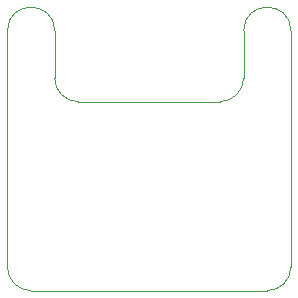
<source format=gbr>
%TF.GenerationSoftware,KiCad,Pcbnew,(5.1.9)-1*%
%TF.CreationDate,2021-08-13T14:48:45+01:00*%
%TF.ProjectId,3-servos,332d7365-7276-46f7-932e-6b696361645f,rev?*%
%TF.SameCoordinates,Original*%
%TF.FileFunction,Profile,NP*%
%FSLAX46Y46*%
G04 Gerber Fmt 4.6, Leading zero omitted, Abs format (unit mm)*
G04 Created by KiCad (PCBNEW (5.1.9)-1) date 2021-08-13 14:48:45*
%MOMM*%
%LPD*%
G01*
G04 APERTURE LIST*
%TA.AperFunction,Profile*%
%ADD10C,0.050000*%
%TD*%
G04 APERTURE END LIST*
D10*
X178000000Y-146000000D02*
X178000000Y-142000000D01*
X164000000Y-148000000D02*
X176000000Y-148000000D01*
X162000000Y-146000000D02*
X162000000Y-142000000D01*
X178000000Y-146000000D02*
G75*
G02*
X176000000Y-148000000I-2000000J0D01*
G01*
X164000000Y-148000000D02*
G75*
G02*
X162000000Y-146000000I0J2000000D01*
G01*
X160000000Y-164000000D02*
X180000000Y-164000000D01*
X182000000Y-142000000D02*
X182000000Y-162000000D01*
X158000000Y-162000000D02*
X158000000Y-142000000D01*
X182000000Y-162000000D02*
G75*
G02*
X180000000Y-164000000I-2000000J0D01*
G01*
X178000000Y-142000000D02*
G75*
G02*
X182000000Y-142000000I2000000J0D01*
G01*
X158000000Y-142000000D02*
G75*
G02*
X162000000Y-142000000I2000000J0D01*
G01*
X160000000Y-164000000D02*
G75*
G02*
X158000000Y-162000000I0J2000000D01*
G01*
M02*

</source>
